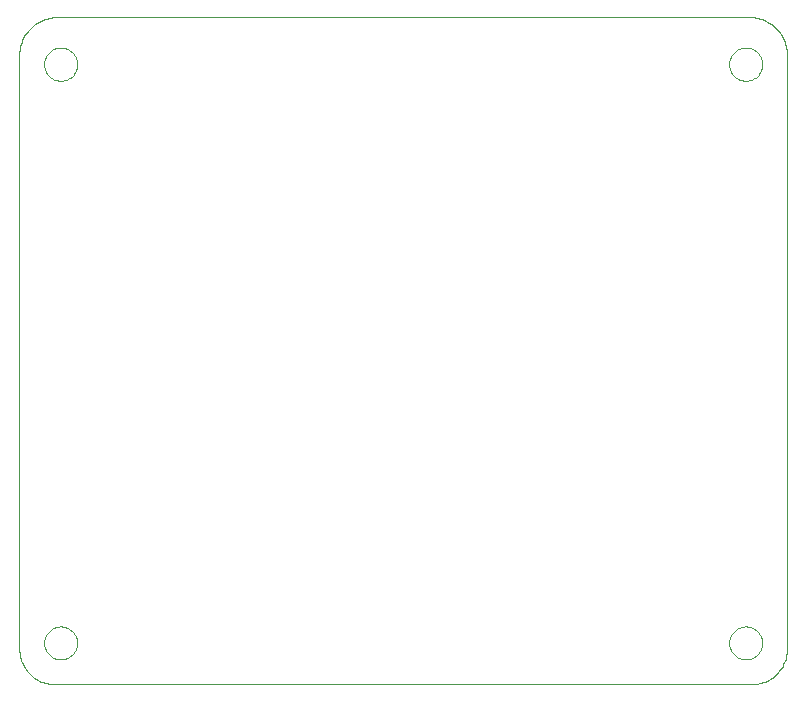
<source format=gtp>
G04 EAGLE Gerber RS-274X export*
G75*
%MOIN*%
%FSLAX34Y34*%
%LPD*%
%INTop solder paste for stencil*%
%IPPOS*%
%AMOC8*
5,1,8,0,0,1.08239X$1,22.5*%
G01*
%ADD10C,0.000000*%


D10*
X1181Y0D02*
X24409Y0D01*
X25591Y1181D02*
X25591Y20866D01*
X24409Y22244D02*
X1181Y22244D01*
X0Y20866D02*
X0Y1181D01*
X2Y1115D01*
X7Y1049D01*
X17Y983D01*
X30Y918D01*
X46Y854D01*
X66Y791D01*
X90Y729D01*
X117Y669D01*
X147Y610D01*
X181Y553D01*
X218Y498D01*
X258Y445D01*
X300Y394D01*
X346Y346D01*
X394Y300D01*
X445Y258D01*
X498Y218D01*
X553Y181D01*
X610Y147D01*
X669Y117D01*
X729Y90D01*
X791Y66D01*
X854Y46D01*
X918Y30D01*
X983Y17D01*
X1049Y7D01*
X1115Y2D01*
X1181Y0D01*
X24409Y0D02*
X24475Y2D01*
X24541Y7D01*
X24607Y17D01*
X24672Y30D01*
X24736Y46D01*
X24799Y66D01*
X24861Y90D01*
X24921Y117D01*
X24980Y147D01*
X25037Y181D01*
X25092Y218D01*
X25145Y258D01*
X25196Y300D01*
X25244Y346D01*
X25290Y394D01*
X25332Y445D01*
X25372Y498D01*
X25409Y553D01*
X25443Y610D01*
X25473Y669D01*
X25500Y729D01*
X25524Y791D01*
X25544Y854D01*
X25560Y918D01*
X25573Y983D01*
X25583Y1049D01*
X25588Y1115D01*
X25590Y1181D01*
X25590Y20867D02*
X25594Y20936D01*
X25593Y21005D01*
X25589Y21075D01*
X25581Y21144D01*
X25570Y21212D01*
X25555Y21280D01*
X25536Y21347D01*
X25513Y21413D01*
X25487Y21477D01*
X25458Y21540D01*
X25425Y21601D01*
X25389Y21661D01*
X25350Y21718D01*
X25307Y21773D01*
X25262Y21826D01*
X25214Y21876D01*
X25163Y21924D01*
X25110Y21969D01*
X25055Y22010D01*
X24997Y22049D01*
X24937Y22085D01*
X24876Y22117D01*
X24813Y22146D01*
X24748Y22171D01*
X24682Y22193D01*
X24615Y22211D01*
X24547Y22226D01*
X24479Y22237D01*
X24409Y22244D01*
X1182Y22244D02*
X1112Y22237D01*
X1044Y22226D01*
X976Y22211D01*
X909Y22193D01*
X843Y22171D01*
X778Y22146D01*
X715Y22117D01*
X654Y22085D01*
X594Y22049D01*
X536Y22010D01*
X481Y21969D01*
X428Y21924D01*
X377Y21876D01*
X329Y21826D01*
X284Y21773D01*
X241Y21718D01*
X202Y21661D01*
X166Y21601D01*
X133Y21540D01*
X104Y21477D01*
X78Y21413D01*
X55Y21347D01*
X36Y21280D01*
X21Y21212D01*
X10Y21144D01*
X2Y21075D01*
X-2Y21005D01*
X-3Y20936D01*
X1Y20867D01*
X827Y20669D02*
X829Y20716D01*
X835Y20762D01*
X845Y20808D01*
X858Y20853D01*
X876Y20896D01*
X897Y20938D01*
X921Y20978D01*
X949Y21015D01*
X980Y21050D01*
X1014Y21083D01*
X1050Y21112D01*
X1089Y21138D01*
X1130Y21161D01*
X1173Y21180D01*
X1217Y21196D01*
X1262Y21208D01*
X1308Y21216D01*
X1355Y21220D01*
X1401Y21220D01*
X1448Y21216D01*
X1494Y21208D01*
X1539Y21196D01*
X1583Y21180D01*
X1626Y21161D01*
X1667Y21138D01*
X1706Y21112D01*
X1742Y21083D01*
X1776Y21050D01*
X1807Y21015D01*
X1835Y20978D01*
X1859Y20938D01*
X1880Y20896D01*
X1898Y20853D01*
X1911Y20808D01*
X1921Y20762D01*
X1927Y20716D01*
X1929Y20669D01*
X1927Y20622D01*
X1921Y20576D01*
X1911Y20530D01*
X1898Y20485D01*
X1880Y20442D01*
X1859Y20400D01*
X1835Y20360D01*
X1807Y20323D01*
X1776Y20288D01*
X1742Y20255D01*
X1706Y20226D01*
X1667Y20200D01*
X1626Y20177D01*
X1583Y20158D01*
X1539Y20142D01*
X1494Y20130D01*
X1448Y20122D01*
X1401Y20118D01*
X1355Y20118D01*
X1308Y20122D01*
X1262Y20130D01*
X1217Y20142D01*
X1173Y20158D01*
X1130Y20177D01*
X1089Y20200D01*
X1050Y20226D01*
X1014Y20255D01*
X980Y20288D01*
X949Y20323D01*
X921Y20360D01*
X897Y20400D01*
X876Y20442D01*
X858Y20485D01*
X845Y20530D01*
X835Y20576D01*
X829Y20622D01*
X827Y20669D01*
X23662Y20669D02*
X23664Y20716D01*
X23670Y20762D01*
X23680Y20808D01*
X23693Y20853D01*
X23711Y20896D01*
X23732Y20938D01*
X23756Y20978D01*
X23784Y21015D01*
X23815Y21050D01*
X23849Y21083D01*
X23885Y21112D01*
X23924Y21138D01*
X23965Y21161D01*
X24008Y21180D01*
X24052Y21196D01*
X24097Y21208D01*
X24143Y21216D01*
X24190Y21220D01*
X24236Y21220D01*
X24283Y21216D01*
X24329Y21208D01*
X24374Y21196D01*
X24418Y21180D01*
X24461Y21161D01*
X24502Y21138D01*
X24541Y21112D01*
X24577Y21083D01*
X24611Y21050D01*
X24642Y21015D01*
X24670Y20978D01*
X24694Y20938D01*
X24715Y20896D01*
X24733Y20853D01*
X24746Y20808D01*
X24756Y20762D01*
X24762Y20716D01*
X24764Y20669D01*
X24762Y20622D01*
X24756Y20576D01*
X24746Y20530D01*
X24733Y20485D01*
X24715Y20442D01*
X24694Y20400D01*
X24670Y20360D01*
X24642Y20323D01*
X24611Y20288D01*
X24577Y20255D01*
X24541Y20226D01*
X24502Y20200D01*
X24461Y20177D01*
X24418Y20158D01*
X24374Y20142D01*
X24329Y20130D01*
X24283Y20122D01*
X24236Y20118D01*
X24190Y20118D01*
X24143Y20122D01*
X24097Y20130D01*
X24052Y20142D01*
X24008Y20158D01*
X23965Y20177D01*
X23924Y20200D01*
X23885Y20226D01*
X23849Y20255D01*
X23815Y20288D01*
X23784Y20323D01*
X23756Y20360D01*
X23732Y20400D01*
X23711Y20442D01*
X23693Y20485D01*
X23680Y20530D01*
X23670Y20576D01*
X23664Y20622D01*
X23662Y20669D01*
X827Y1378D02*
X829Y1425D01*
X835Y1471D01*
X845Y1517D01*
X858Y1562D01*
X876Y1605D01*
X897Y1647D01*
X921Y1687D01*
X949Y1724D01*
X980Y1759D01*
X1014Y1792D01*
X1050Y1821D01*
X1089Y1847D01*
X1130Y1870D01*
X1173Y1889D01*
X1217Y1905D01*
X1262Y1917D01*
X1308Y1925D01*
X1355Y1929D01*
X1401Y1929D01*
X1448Y1925D01*
X1494Y1917D01*
X1539Y1905D01*
X1583Y1889D01*
X1626Y1870D01*
X1667Y1847D01*
X1706Y1821D01*
X1742Y1792D01*
X1776Y1759D01*
X1807Y1724D01*
X1835Y1687D01*
X1859Y1647D01*
X1880Y1605D01*
X1898Y1562D01*
X1911Y1517D01*
X1921Y1471D01*
X1927Y1425D01*
X1929Y1378D01*
X1927Y1331D01*
X1921Y1285D01*
X1911Y1239D01*
X1898Y1194D01*
X1880Y1151D01*
X1859Y1109D01*
X1835Y1069D01*
X1807Y1032D01*
X1776Y997D01*
X1742Y964D01*
X1706Y935D01*
X1667Y909D01*
X1626Y886D01*
X1583Y867D01*
X1539Y851D01*
X1494Y839D01*
X1448Y831D01*
X1401Y827D01*
X1355Y827D01*
X1308Y831D01*
X1262Y839D01*
X1217Y851D01*
X1173Y867D01*
X1130Y886D01*
X1089Y909D01*
X1050Y935D01*
X1014Y964D01*
X980Y997D01*
X949Y1032D01*
X921Y1069D01*
X897Y1109D01*
X876Y1151D01*
X858Y1194D01*
X845Y1239D01*
X835Y1285D01*
X829Y1331D01*
X827Y1378D01*
X23662Y1378D02*
X23664Y1425D01*
X23670Y1471D01*
X23680Y1517D01*
X23693Y1562D01*
X23711Y1605D01*
X23732Y1647D01*
X23756Y1687D01*
X23784Y1724D01*
X23815Y1759D01*
X23849Y1792D01*
X23885Y1821D01*
X23924Y1847D01*
X23965Y1870D01*
X24008Y1889D01*
X24052Y1905D01*
X24097Y1917D01*
X24143Y1925D01*
X24190Y1929D01*
X24236Y1929D01*
X24283Y1925D01*
X24329Y1917D01*
X24374Y1905D01*
X24418Y1889D01*
X24461Y1870D01*
X24502Y1847D01*
X24541Y1821D01*
X24577Y1792D01*
X24611Y1759D01*
X24642Y1724D01*
X24670Y1687D01*
X24694Y1647D01*
X24715Y1605D01*
X24733Y1562D01*
X24746Y1517D01*
X24756Y1471D01*
X24762Y1425D01*
X24764Y1378D01*
X24762Y1331D01*
X24756Y1285D01*
X24746Y1239D01*
X24733Y1194D01*
X24715Y1151D01*
X24694Y1109D01*
X24670Y1069D01*
X24642Y1032D01*
X24611Y997D01*
X24577Y964D01*
X24541Y935D01*
X24502Y909D01*
X24461Y886D01*
X24418Y867D01*
X24374Y851D01*
X24329Y839D01*
X24283Y831D01*
X24236Y827D01*
X24190Y827D01*
X24143Y831D01*
X24097Y839D01*
X24052Y851D01*
X24008Y867D01*
X23965Y886D01*
X23924Y909D01*
X23885Y935D01*
X23849Y964D01*
X23815Y997D01*
X23784Y1032D01*
X23756Y1069D01*
X23732Y1109D01*
X23711Y1151D01*
X23693Y1194D01*
X23680Y1239D01*
X23670Y1285D01*
X23664Y1331D01*
X23662Y1378D01*
M02*

</source>
